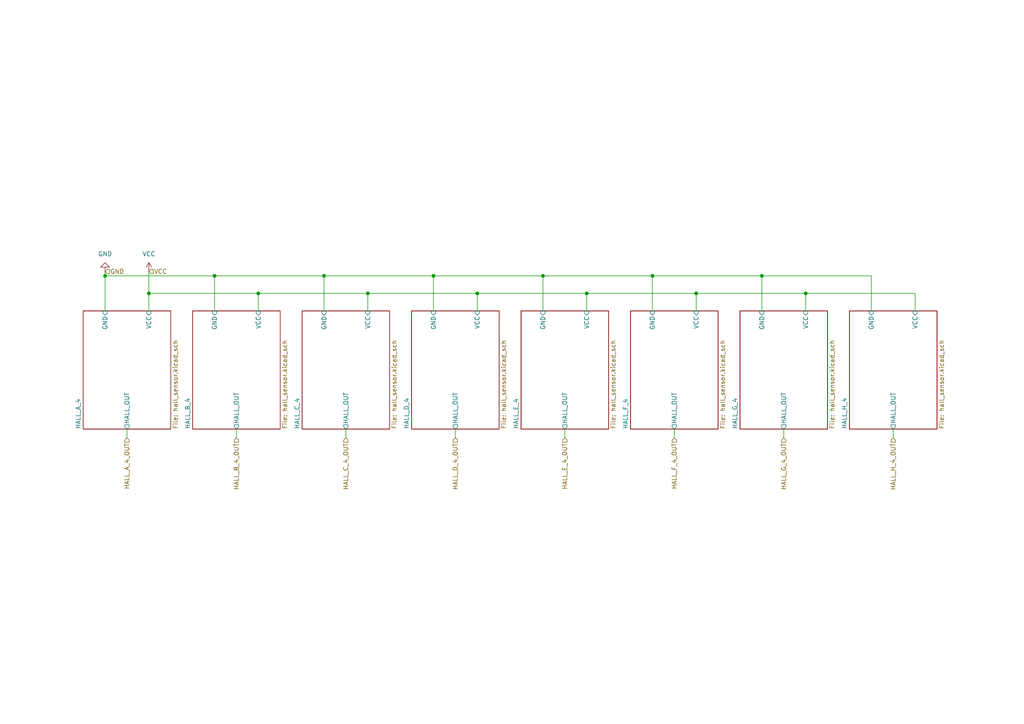
<source format=kicad_sch>
(kicad_sch (version 20250114) (generator "eeschema") (generator_version "9.0")
  (paper "A4")
  (lib_symbols
    (symbol "power:GND" (power) (pin_numbers (hide yes)) (pin_names (offset 0) (hide yes))
      (property "Value" "GND" (at 0 -3.81 0))
      (symbol "GND_0_1"
        (polyline (pts (xy 0 0) (xy 0 -1.27) (xy 1.27 -1.27) (xy 0 -2.54) (xy -1.27 -1.27) (xy 0 -1.27)))
      )
      (symbol "GND_1_1"
        (pin power_in line (at 0 0 270) (length 0) (name "~") (number "1"))
      )
    )
    (symbol "power:VCC" (power) (pin_numbers (hide yes)) (pin_names (offset 0) (hide yes))
      (property "Value" "VCC" (at 0 3.556 0))
      (symbol "VCC_0_1"
        (polyline (pts (xy -0.762 1.27) (xy 0 2.54)))
        (polyline (pts (xy 0 2.54) (xy 0.762 1.27)))
        (polyline (pts (xy 0 0) (xy 0 2.54)))
      )
      (symbol "VCC_1_1"
        (pin power_in line (at 0 0 90) (length 0) (name "~") (number "1"))
      )
    )
  )
  (junction (at 62.23 80.01))
  (junction (at 201.93 85.09))
  (junction (at 106.68 85.09))
  (junction (at 74.93 85.09))
  (junction (at 157.48 80.01))
  (junction (at 125.73 80.01))
  (junction (at 189.23 80.01))
  (junction (at 93.98 80.01))
  (junction (at 138.43 85.09))
  (junction (at 30.48 80.01))
  (junction (at 170.18 85.09))
  (junction (at 233.68 85.09))
  (junction (at 43.18 85.09))
  (junction (at 220.98 80.01))
  (wire (pts (xy 189.23 80.01) (xy 220.98 80.01)))
  (wire (pts (xy 93.98 80.01) (xy 93.98 90.17)))
  (wire (pts (xy 189.23 80.01) (xy 189.23 90.17)))
  (wire (pts (xy 30.48 78.74) (xy 30.48 80.01)))
  (wire (pts (xy 74.93 85.09) (xy 106.68 85.09)))
  (wire (pts (xy 43.18 78.74) (xy 43.18 85.09)))
  (wire (pts (xy 220.98 80.01) (xy 220.98 90.17)))
  (wire (pts (xy 30.48 80.01) (xy 30.48 90.17)))
  (wire (pts (xy 74.93 85.09) (xy 74.93 90.17)))
  (wire (pts (xy 170.18 85.09) (xy 201.93 85.09)))
  (wire (pts (xy 265.43 85.09) (xy 265.43 90.17)))
  (wire (pts (xy 36.83 124.46) (xy 36.83 127)))
  (wire (pts (xy 201.93 85.09) (xy 201.93 90.17)))
  (wire (pts (xy 195.58 124.46) (xy 195.58 127)))
  (wire (pts (xy 93.98 80.01) (xy 125.73 80.01)))
  (wire (pts (xy 227.33 124.46) (xy 227.33 127)))
  (wire (pts (xy 106.68 85.09) (xy 106.68 90.17)))
  (wire (pts (xy 170.18 85.09) (xy 170.18 90.17)))
  (wire (pts (xy 62.23 80.01) (xy 93.98 80.01)))
  (wire (pts (xy 106.68 85.09) (xy 138.43 85.09)))
  (wire (pts (xy 125.73 80.01) (xy 125.73 90.17)))
  (wire (pts (xy 233.68 85.09) (xy 233.68 90.17)))
  (wire (pts (xy 132.08 124.46) (xy 132.08 127)))
  (wire (pts (xy 233.68 85.09) (xy 265.43 85.09)))
  (wire (pts (xy 157.48 80.01) (xy 157.48 90.17)))
  (wire (pts (xy 138.43 85.09) (xy 138.43 90.17)))
  (wire (pts (xy 68.58 124.46) (xy 68.58 127)))
  (wire (pts (xy 138.43 85.09) (xy 170.18 85.09)))
  (wire (pts (xy 100.33 124.46) (xy 100.33 127)))
  (wire (pts (xy 125.73 80.01) (xy 157.48 80.01)))
  (wire (pts (xy 252.73 80.01) (xy 252.73 90.17)))
  (wire (pts (xy 220.98 80.01) (xy 252.73 80.01)))
  (wire (pts (xy 43.18 85.09) (xy 43.18 90.17)))
  (wire (pts (xy 201.93 85.09) (xy 233.68 85.09)))
  (wire (pts (xy 30.48 80.01) (xy 62.23 80.01)))
  (wire (pts (xy 43.18 85.09) (xy 74.93 85.09)))
  (wire (pts (xy 157.48 80.01) (xy 189.23 80.01)))
  (wire (pts (xy 259.08 124.46) (xy 259.08 127)))
  (wire (pts (xy 163.83 124.46) (xy 163.83 127)))
  (wire (pts (xy 62.23 80.01) (xy 62.23 90.17)))
  (hierarchical_label "HALL_C_4_OUT" (shape input) (at 100.33 127 270))
  (hierarchical_label "GND" (shape input) (at 30.48 78.74 0))
  (hierarchical_label "VCC" (shape input) (at 43.18 78.74 0))
  (hierarchical_label "HALL_H_4_OUT" (shape input) (at 259.08 127 270))
  (hierarchical_label "HALL_G_4_OUT" (shape input) (at 227.33 127 270))
  (hierarchical_label "HALL_D_4_OUT" (shape input) (at 132.08 127 270))
  (hierarchical_label "HALL_E_4_OUT" (shape input) (at 163.83 127 270))
  (hierarchical_label "HALL_A_4_OUT" (shape input) (at 36.83 127 270))
  (hierarchical_label "HALL_F_4_OUT" (shape input) (at 195.58 127 270))
  (hierarchical_label "HALL_B_4_OUT" (shape input) (at 68.58 127 270))
  (symbol (lib_id "power:VCC") (at 43.18 78.74 0) (unit 1)
    (property "Reference" "#PWR018" (effects (hide yes)))
    (property "Value" "VCC" (at 43.18 73.66 0))
    (property "Description" "Power symbol creates a global label with name \"VCC\"" (effects (hide yes)))
  )
  (symbol (lib_id "power:GND") (at 30.48 78.74 180) (unit 1)
    (property "Reference" "#PWR017" (effects (hide yes)))
    (property "Value" "GND" (at 30.48 73.66 0))
    (property "Description" "Power symbol creates a global label with name \"GND\" , ground" (effects (hide yes)))
  )
  (sheet (at 24.13 90.17) (size 25.4 34.29) (stroke (width 0.1524))
    (property "Sheetname" "HALL_A_4" (at 23.4184 124.46 90) (effects (justify left bottom)))
    (property "Sheetfile" "hall_sensor.kicad_sch" (at 50.1146 124.46 90) (effects (justify left top)))
    (pin "GND" input (at 30.48 90.17 90))
    (pin "HALL_OUT" output (at 36.83 124.46 270))
    (pin "VCC" input (at 43.18 90.17 90))
  )
  (sheet (at 182.88 90.17) (size 25.4 34.29) (stroke (width 0.1524))
    (property "Sheetname" "HALL_F_4" (at 182.1684 124.46 90) (effects (justify left bottom)))
    (property "Sheetfile" "hall_sensor.kicad_sch" (at 208.8646 124.46 90) (effects (justify left top)))
    (pin "GND" input (at 189.23 90.17 90))
    (pin "HALL_OUT" output (at 195.58 124.46 270))
    (pin "VCC" input (at 201.93 90.17 90))
  )
  (sheet (at 214.63 90.17) (size 25.4 34.29) (stroke (width 0.1524))
    (property "Sheetname" "HALL_G_4" (at 213.9184 124.46 90) (effects (justify left bottom)))
    (property "Sheetfile" "hall_sensor.kicad_sch" (at 240.6146 124.46 90) (effects (justify left top)))
    (pin "GND" input (at 220.98 90.17 90))
    (pin "HALL_OUT" output (at 227.33 124.46 270))
    (pin "VCC" input (at 233.68 90.17 90))
  )
  (sheet (at 246.38 90.17) (size 25.4 34.29) (stroke (width 0.1524))
    (property "Sheetname" "HALL_H_4" (at 245.6684 124.46 90) (effects (justify left bottom)))
    (property "Sheetfile" "hall_sensor.kicad_sch" (at 272.3646 124.46 90) (effects (justify left top)))
    (pin "GND" input (at 252.73 90.17 90))
    (pin "HALL_OUT" output (at 259.08 124.46 270))
    (pin "VCC" input (at 265.43 90.17 90))
  )
  (sheet (at 119.38 90.17) (size 25.4 34.29) (stroke (width 0.1524))
    (property "Sheetname" "HALL_D_4" (at 118.6684 124.46 90) (effects (justify left bottom)))
    (property "Sheetfile" "hall_sensor.kicad_sch" (at 145.3646 124.46 90) (effects (justify left top)))
    (pin "GND" input (at 125.73 90.17 90))
    (pin "HALL_OUT" output (at 132.08 124.46 270))
    (pin "VCC" input (at 138.43 90.17 90))
  )
  (sheet (at 151.13 90.17) (size 25.4 34.29) (stroke (width 0.1524))
    (property "Sheetname" "HALL_E_4" (at 150.4184 124.46 90) (effects (justify left bottom)))
    (property "Sheetfile" "hall_sensor.kicad_sch" (at 177.1146 124.46 90) (effects (justify left top)))
    (pin "GND" input (at 157.48 90.17 90))
    (pin "HALL_OUT" output (at 163.83 124.46 270))
    (pin "VCC" input (at 170.18 90.17 90))
  )
  (sheet (at 87.63 90.17) (size 25.4 34.29) (stroke (width 0.1524))
    (property "Sheetname" "HALL_C_4" (at 86.9184 124.46 90) (effects (justify left bottom)))
    (property "Sheetfile" "hall_sensor.kicad_sch" (at 113.6146 124.46 90) (effects (justify left top)))
    (pin "GND" input (at 93.98 90.17 90))
    (pin "HALL_OUT" output (at 100.33 124.46 270))
    (pin "VCC" input (at 106.68 90.17 90))
  )
  (sheet (at 55.88 90.17) (size 25.4 34.29) (stroke (width 0.1524))
    (property "Sheetname" "HALL_B_4" (at 55.1684 124.46 90) (effects (justify left bottom)))
    (property "Sheetfile" "hall_sensor.kicad_sch" (at 81.8646 124.46 90) (effects (justify left top)))
    (pin "GND" input (at 62.23 90.17 90))
    (pin "HALL_OUT" output (at 68.58 124.46 270))
    (pin "VCC" input (at 74.93 90.17 90))
  )
)
</source>
